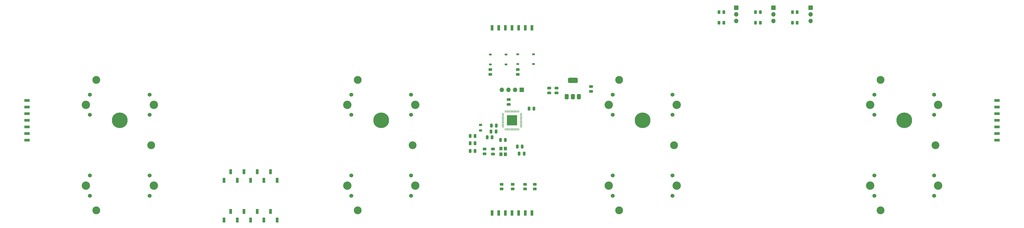
<source format=gbr>
%TF.GenerationSoftware,KiCad,Pcbnew,8.0.8*%
%TF.CreationDate,2025-02-14T17:31:39-08:00*%
%TF.ProjectId,ClockProject,436c6f63-6b50-4726-9f6a-6563742e6b69,rev?*%
%TF.SameCoordinates,Original*%
%TF.FileFunction,Soldermask,Bot*%
%TF.FilePolarity,Negative*%
%FSLAX46Y46*%
G04 Gerber Fmt 4.6, Leading zero omitted, Abs format (unit mm)*
G04 Created by KiCad (PCBNEW 8.0.8) date 2025-02-14 17:31:39*
%MOMM*%
%LPD*%
G01*
G04 APERTURE LIST*
G04 Aperture macros list*
%AMRoundRect*
0 Rectangle with rounded corners*
0 $1 Rounding radius*
0 $2 $3 $4 $5 $6 $7 $8 $9 X,Y pos of 4 corners*
0 Add a 4 corners polygon primitive as box body*
4,1,4,$2,$3,$4,$5,$6,$7,$8,$9,$2,$3,0*
0 Add four circle primitives for the rounded corners*
1,1,$1+$1,$2,$3*
1,1,$1+$1,$4,$5*
1,1,$1+$1,$6,$7*
1,1,$1+$1,$8,$9*
0 Add four rect primitives between the rounded corners*
20,1,$1+$1,$2,$3,$4,$5,0*
20,1,$1+$1,$4,$5,$6,$7,0*
20,1,$1+$1,$6,$7,$8,$9,0*
20,1,$1+$1,$8,$9,$2,$3,0*%
G04 Aperture macros list end*
%ADD10R,1.700000X1.700000*%
%ADD11O,1.700000X1.700000*%
%ADD12RoundRect,0.250000X0.250000X0.475000X-0.250000X0.475000X-0.250000X-0.475000X0.250000X-0.475000X0*%
%ADD13RoundRect,0.250000X0.475000X-0.250000X0.475000X0.250000X-0.475000X0.250000X-0.475000X-0.250000X0*%
%ADD14RoundRect,0.250000X-0.450000X0.262500X-0.450000X-0.262500X0.450000X-0.262500X0.450000X0.262500X0*%
%ADD15RoundRect,0.250000X0.262500X0.450000X-0.262500X0.450000X-0.262500X-0.450000X0.262500X-0.450000X0*%
%ADD16C,2.999740*%
%ADD17C,3.200000*%
%ADD18C,5.999987*%
%ADD19C,1.511200*%
%ADD20RoundRect,0.250000X-0.475000X0.250000X-0.475000X-0.250000X0.475000X-0.250000X0.475000X0.250000X0*%
%ADD21R,1.000000X2.000000*%
%ADD22R,1.000000X1.900000*%
%ADD23R,1.200000X1.400000*%
%ADD24R,2.000000X1.000000*%
%ADD25RoundRect,0.375000X0.375000X-0.625000X0.375000X0.625000X-0.375000X0.625000X-0.375000X-0.625000X0*%
%ADD26RoundRect,0.500000X1.400000X-0.500000X1.400000X0.500000X-1.400000X0.500000X-1.400000X-0.500000X0*%
%ADD27RoundRect,0.218750X0.381250X-0.218750X0.381250X0.218750X-0.381250X0.218750X-0.381250X-0.218750X0*%
%ADD28RoundRect,0.250000X-0.250000X-0.475000X0.250000X-0.475000X0.250000X0.475000X-0.250000X0.475000X0*%
%ADD29R,1.000000X0.750000*%
%ADD30RoundRect,0.050000X-0.350000X-0.050000X0.350000X-0.050000X0.350000X0.050000X-0.350000X0.050000X0*%
%ADD31RoundRect,0.050000X-0.050000X-0.350000X0.050000X-0.350000X0.050000X0.350000X-0.050000X0.350000X0*%
%ADD32R,4.000000X4.000000*%
G04 APERTURE END LIST*
D10*
%TO.C,J11*%
X384906940Y-137342650D03*
D11*
X384906940Y-139882650D03*
X384906940Y-142422650D03*
%TD*%
D12*
%TO.C,C4*%
X278906940Y-182592650D03*
X277006940Y-182592650D03*
%TD*%
D10*
%TO.C,J9*%
X288656940Y-168842650D03*
D11*
X286116940Y-168842650D03*
X283576940Y-168842650D03*
X281036940Y-168842650D03*
%TD*%
D13*
%TO.C,C1*%
X277656940Y-193492650D03*
X277656940Y-191592650D03*
%TD*%
D14*
%TO.C,R24*%
X289906940Y-205092650D03*
X289906940Y-206917650D03*
%TD*%
D12*
%TO.C,C6*%
X270806940Y-186592650D03*
X268906940Y-186592650D03*
%TD*%
D15*
%TO.C,R8*%
X379906940Y-143092650D03*
X378081940Y-143092650D03*
%TD*%
D16*
%TO.C,M3*%
X325906865Y-165093572D03*
D17*
X347906940Y-174593332D03*
X321906940Y-174593332D03*
D18*
X334906940Y-180592650D03*
D16*
X346907840Y-190094791D03*
D17*
X347906940Y-205593332D03*
X321906940Y-205593332D03*
D16*
X325906865Y-215093472D03*
D19*
X346336340Y-170714591D03*
X346336340Y-178474291D03*
X323476340Y-178474291D03*
X323476340Y-170714591D03*
X323476340Y-209472450D03*
X323476340Y-201712750D03*
X346336340Y-201712750D03*
X346336340Y-209472450D03*
%TD*%
D20*
%TO.C,C14*%
X299156940Y-168192650D03*
X299156940Y-170092650D03*
%TD*%
D21*
%TO.C,J4*%
X277286940Y-216092650D03*
X279826940Y-216092650D03*
X282366940Y-216092650D03*
X284906940Y-216092650D03*
X287446940Y-216092650D03*
X289986940Y-216092650D03*
X292526940Y-216092650D03*
%TD*%
D12*
%TO.C,C11*%
X288806940Y-190592650D03*
X286906940Y-190592650D03*
%TD*%
D20*
%TO.C,C13*%
X315156940Y-167592650D03*
X315156940Y-169492650D03*
%TD*%
D16*
%TO.C,M2*%
X225906865Y-165093572D03*
D17*
X247906940Y-174593332D03*
X221906940Y-174593332D03*
D18*
X234906940Y-180592650D03*
D16*
X246907840Y-190094791D03*
D17*
X247906940Y-205593332D03*
X221906940Y-205593332D03*
D16*
X225906865Y-215093472D03*
D19*
X246336340Y-170714591D03*
X246336340Y-178474291D03*
X223476340Y-178474291D03*
X223476340Y-170714591D03*
X223476340Y-209472450D03*
X223476340Y-201712750D03*
X246336340Y-201712750D03*
X246336340Y-209472450D03*
%TD*%
D16*
%TO.C,M4*%
X425906865Y-165093572D03*
D17*
X447906940Y-174593332D03*
X421906940Y-174593332D03*
D18*
X434906940Y-180592650D03*
D16*
X446907840Y-190094791D03*
D17*
X447906940Y-205593332D03*
X421906940Y-205593332D03*
D16*
X425906865Y-215093472D03*
D19*
X446336340Y-170714591D03*
X446336340Y-178474291D03*
X423476340Y-178474291D03*
X423476340Y-170714591D03*
X423476340Y-209472450D03*
X423476340Y-201712750D03*
X446336340Y-201712750D03*
X446336340Y-209472450D03*
%TD*%
D13*
%TO.C,C15*%
X301906940Y-170092650D03*
X301906940Y-168192650D03*
%TD*%
D14*
%TO.C,R25*%
X280906940Y-205092650D03*
X280906940Y-206917650D03*
%TD*%
D22*
%TO.C,J5*%
X195066940Y-203587650D03*
X192526940Y-200287650D03*
X189986940Y-203587650D03*
X187446940Y-200287650D03*
X184906940Y-203587650D03*
X182366940Y-200287650D03*
X179826940Y-203587650D03*
X177286940Y-200287650D03*
X174746940Y-203587650D03*
%TD*%
D23*
%TO.C,Y1*%
X282406940Y-191392650D03*
X282406940Y-193592650D03*
X280706940Y-193592650D03*
X280706940Y-191392650D03*
%TD*%
D10*
%TO.C,J10*%
X399156940Y-137342650D03*
D11*
X399156940Y-139882650D03*
X399156940Y-142422650D03*
%TD*%
D14*
%TO.C,R2*%
X287156940Y-161092650D03*
X287156940Y-162917650D03*
%TD*%
D12*
%TO.C,C5*%
X270806940Y-192342650D03*
X268906940Y-192342650D03*
%TD*%
D24*
%TO.C,J3*%
X99406940Y-172972650D03*
X99406940Y-175512650D03*
X99406940Y-178052650D03*
X99406940Y-180592650D03*
X99406940Y-183132650D03*
X99406940Y-185672650D03*
X99406940Y-188212650D03*
%TD*%
D15*
%TO.C,R4*%
X365906940Y-143092650D03*
X364081940Y-143092650D03*
%TD*%
D13*
%TO.C,C3*%
X283656940Y-174492650D03*
X283656940Y-172592650D03*
%TD*%
D12*
%TO.C,C8*%
X278806940Y-184842650D03*
X276906940Y-184842650D03*
%TD*%
%TO.C,C7*%
X270806940Y-189342650D03*
X268906940Y-189342650D03*
%TD*%
%TO.C,C9*%
X277306940Y-187092650D03*
X275406940Y-187092650D03*
%TD*%
D15*
%TO.C,R3*%
X365906940Y-139092650D03*
X364081940Y-139092650D03*
%TD*%
D25*
%TO.C,U2*%
X310456940Y-171492650D03*
X308156940Y-171492650D03*
D26*
X308156940Y-165192650D03*
D25*
X305856940Y-171492650D03*
%TD*%
D14*
%TO.C,R22*%
X293656940Y-205092650D03*
X293656940Y-206917650D03*
%TD*%
%TO.C,R23*%
X285156940Y-205092650D03*
X285156940Y-206917650D03*
%TD*%
D27*
%TO.C,L1*%
X272906940Y-184467650D03*
X272906940Y-182342650D03*
%TD*%
D28*
%TO.C,C10*%
X291406940Y-176092650D03*
X293306940Y-176092650D03*
%TD*%
D29*
%TO.C,SW2*%
X293156940Y-155217650D03*
X287156940Y-155217650D03*
X293156940Y-158967650D03*
X287156940Y-158967650D03*
%TD*%
D12*
%TO.C,C12*%
X289556940Y-193342650D03*
X287656940Y-193342650D03*
%TD*%
D29*
%TO.C,SW1*%
X282656940Y-155342650D03*
X276656940Y-155342650D03*
X282656940Y-159092650D03*
X276656940Y-159092650D03*
%TD*%
D16*
%TO.C,M1*%
X125906865Y-165093572D03*
D17*
X147906940Y-174593332D03*
X121906940Y-174593332D03*
D18*
X134906940Y-180592650D03*
D16*
X146907840Y-190094791D03*
D17*
X147906940Y-205593332D03*
X121906940Y-205593332D03*
D16*
X125906865Y-215093472D03*
D19*
X146336340Y-170714591D03*
X146336340Y-178474291D03*
X123476340Y-178474291D03*
X123476340Y-170714591D03*
X123476340Y-209472450D03*
X123476340Y-201712750D03*
X146336340Y-201712750D03*
X146336340Y-209472450D03*
%TD*%
D21*
%TO.C,J2*%
X277286940Y-145092650D03*
X279826940Y-145092650D03*
X282366940Y-145092650D03*
X284906940Y-145092650D03*
X287446940Y-145092650D03*
X289986940Y-145092650D03*
X292526940Y-145092650D03*
%TD*%
D14*
%TO.C,R1*%
X276656940Y-161092650D03*
X276656940Y-162917650D03*
%TD*%
D15*
%TO.C,R7*%
X379906940Y-139092650D03*
X378081940Y-139092650D03*
%TD*%
D22*
%TO.C,J6*%
X195066940Y-218837650D03*
X192526940Y-215537650D03*
X189986940Y-218837650D03*
X187446940Y-215537650D03*
X184906940Y-218837650D03*
X182366940Y-215537650D03*
X179826940Y-218837650D03*
X177286940Y-215537650D03*
X174746940Y-218837650D03*
%TD*%
D10*
%TO.C,J13*%
X370656940Y-137342650D03*
D11*
X370656940Y-139882650D03*
X370656940Y-142422650D03*
%TD*%
D24*
%TO.C,J1*%
X470406940Y-172972650D03*
X470406940Y-175512650D03*
X470406940Y-178052650D03*
X470406940Y-180592650D03*
X470406940Y-183132650D03*
X470406940Y-185672650D03*
X470406940Y-188212650D03*
%TD*%
D15*
%TO.C,R6*%
X393981940Y-143092650D03*
X392156940Y-143092650D03*
%TD*%
D28*
%TO.C,C2*%
X280506940Y-188092650D03*
X282406940Y-188092650D03*
%TD*%
D30*
%TO.C,U1*%
X281456940Y-183192650D03*
X281456940Y-182792650D03*
X281456940Y-182392650D03*
X281456940Y-181992650D03*
X281456940Y-181592650D03*
X281456940Y-181192650D03*
X281456940Y-180792650D03*
X281456940Y-180392650D03*
X281456940Y-179992650D03*
X281456940Y-179592650D03*
X281456940Y-179192650D03*
X281456940Y-178792650D03*
X281456940Y-178392650D03*
X281456940Y-177992650D03*
D31*
X282306940Y-177142650D03*
X282706940Y-177142650D03*
X283106940Y-177142650D03*
X283506940Y-177142650D03*
X283906940Y-177142650D03*
X284306940Y-177142650D03*
X284706940Y-177142650D03*
X285106940Y-177142650D03*
X285506940Y-177142650D03*
X285906940Y-177142650D03*
X286306940Y-177142650D03*
X286706940Y-177142650D03*
X287106940Y-177142650D03*
X287506940Y-177142650D03*
D30*
X288356940Y-177992650D03*
X288356940Y-178392650D03*
X288356940Y-178792650D03*
X288356940Y-179192650D03*
X288356940Y-179592650D03*
X288356940Y-179992650D03*
X288356940Y-180392650D03*
X288356940Y-180792650D03*
X288356940Y-181192650D03*
X288356940Y-181592650D03*
X288356940Y-181992650D03*
X288356940Y-182392650D03*
X288356940Y-182792650D03*
X288356940Y-183192650D03*
D31*
X287506940Y-184042650D03*
X287106940Y-184042650D03*
X286706940Y-184042650D03*
X286306940Y-184042650D03*
X285906940Y-184042650D03*
X285506940Y-184042650D03*
X285106940Y-184042650D03*
X284706940Y-184042650D03*
X284306940Y-184042650D03*
X283906940Y-184042650D03*
X283506940Y-184042650D03*
X283106940Y-184042650D03*
X282706940Y-184042650D03*
X282306940Y-184042650D03*
D32*
X284906940Y-180592650D03*
%TD*%
D14*
%TO.C,R9*%
X274406940Y-191592650D03*
X274406940Y-193417650D03*
%TD*%
D15*
%TO.C,R5*%
X393981940Y-139092650D03*
X392156940Y-139092650D03*
%TD*%
M02*

</source>
